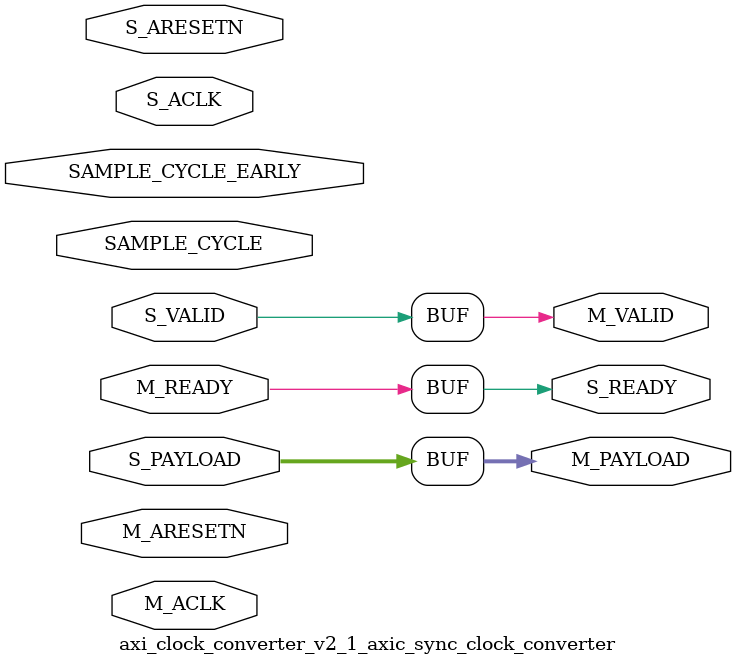
<source format=v>

`timescale 1ps/1ps
`default_nettype none

(* DowngradeIPIdentifiedWarnings="yes" *) 
module axi_clock_converter_v2_1_axic_sync_clock_converter # (
///////////////////////////////////////////////////////////////////////////////
// Parameter Definitions
///////////////////////////////////////////////////////////////////////////////
  parameter C_FAMILY     = "virtex6",
  parameter integer C_PAYLOAD_WIDTH = 32,
  parameter integer C_S_ACLK_RATIO = 1,
  parameter integer C_M_ACLK_RATIO = 1 ,
  parameter integer C_MODE = 0  // 0 = light-weight (1-deep); 1 = fully-pipelined (2-deep)
  )
 (
///////////////////////////////////////////////////////////////////////////////
// Port Declarations
///////////////////////////////////////////////////////////////////////////////
  input wire                    SAMPLE_CYCLE_EARLY,
  input wire                    SAMPLE_CYCLE,
  // Slave side
  input  wire                        S_ACLK,
  input  wire                        S_ARESETN,
  input  wire [C_PAYLOAD_WIDTH-1:0] S_PAYLOAD,
  input  wire                        S_VALID,
  output wire                        S_READY,

  // Master side
  input  wire                        M_ACLK,
  input  wire                        M_ARESETN,
  output wire [C_PAYLOAD_WIDTH-1:0] M_PAYLOAD,
  output wire                        M_VALID,
  input  wire                        M_READY
);

////////////////////////////////////////////////////////////////////////////////
// Functions
////////////////////////////////////////////////////////////////////////////////

////////////////////////////////////////////////////////////////////////////////
// Local parameters
////////////////////////////////////////////////////////////////////////////////
localparam [1:0] ZERO = 2'b10;
localparam [1:0] ONE  = 2'b11;
localparam [1:0] TWO  = 2'b01;
localparam [1:0] INIT = 2'b00;
localparam integer P_LIGHT_WT = 0;
localparam integer P_FULLY_REG = 1;

////////////////////////////////////////////////////////////////////////////////
// Wires/Reg declarations
////////////////////////////////////////////////////////////////////////////////

////////////////////////////////////////////////////////////////////////////////
// BEGIN RTL
////////////////////////////////////////////////////////////////////////////////

generate
  if (C_S_ACLK_RATIO == C_M_ACLK_RATIO) begin : gen_passthru
    assign M_PAYLOAD = S_PAYLOAD;
    assign M_VALID   = S_VALID;
    assign S_READY   = M_READY;      
  end else begin : gen_sync_clock_converter
    wire s_sample_cycle;
    wire s_sample_cycle_early;
    wire m_sample_cycle;
    wire m_sample_cycle_early;

    wire slow_aclk;
    wire slow_areset;
    wire s_areset_r;
    wire m_areset_r;
   
    reg  s_tready_r; 
    wire s_tready_ns; 
    reg  m_tvalid_r; 
    wire m_tvalid_ns; 
    reg  [C_PAYLOAD_WIDTH-1:0] m_tpayload_r;
    reg  [C_PAYLOAD_WIDTH-1:0] m_tstorage_r;
    wire [C_PAYLOAD_WIDTH-1:0] m_tpayload_ns; 
    wire [C_PAYLOAD_WIDTH-1:0] m_tstorage_ns; 
    reg  m_tready_hold;
    wire m_tready_sample;
    wire load_tpayload;
    wire load_tstorage;
    wire load_tpayload_from_tstorage;
    reg [1:0] state;
    reg [1:0] next_state;
    
    reg s_aresetn_r = 1'b0; // Reset delay register
    always @(posedge S_ACLK) begin
      if (~S_ARESETN | ~M_ARESETN) begin
        s_aresetn_r <= 1'b0;
      end else begin
        s_aresetn_r <= S_ARESETN & M_ARESETN;
      end
    end
    assign s_areset_r = ~s_aresetn_r;

    reg m_aresetn_r = 1'b0; // Reset delay register
    always @(posedge M_ACLK) begin
      if (~S_ARESETN | ~M_ARESETN) begin
        m_aresetn_r <= 1'b0;
      end else begin
        m_aresetn_r <= S_ARESETN & M_ARESETN;
      end
    end
    assign m_areset_r = ~m_aresetn_r;

    assign slow_aclk   = (C_S_ACLK_RATIO > C_M_ACLK_RATIO) ? M_ACLK   : S_ACLK;
    assign slow_areset = (C_S_ACLK_RATIO > C_M_ACLK_RATIO) ? m_areset_r : s_areset_r;
    assign s_sample_cycle_early = (C_S_ACLK_RATIO > C_M_ACLK_RATIO) ? SAMPLE_CYCLE_EARLY : 1'b1;
    assign s_sample_cycle       = (C_S_ACLK_RATIO > C_M_ACLK_RATIO) ? SAMPLE_CYCLE : 1'b1;
    assign m_sample_cycle_early = (C_S_ACLK_RATIO > C_M_ACLK_RATIO) ? 1'b1 : SAMPLE_CYCLE_EARLY;
    assign m_sample_cycle       = (C_S_ACLK_RATIO > C_M_ACLK_RATIO) ? 1'b1 : SAMPLE_CYCLE;

    // Output flop for S_READY, value is encoded into state machine.
    assign s_tready_ns = (C_S_ACLK_RATIO > C_M_ACLK_RATIO) ? state[1] & (state != INIT) : next_state[1];

    always @(posedge S_ACLK) begin 
      if (s_areset_r) begin
        s_tready_r <= 1'b0;
      end
      else begin
        s_tready_r <= s_sample_cycle_early ? s_tready_ns : 1'b0;
      end
    end

    assign S_READY = s_tready_r;

    // Output flop for M_VALID
    assign m_tvalid_ns = next_state[0];

    always @(posedge M_ACLK) begin 
      if (m_areset_r) begin
        m_tvalid_r <= 1'b0;
      end
      else begin
        m_tvalid_r <= m_sample_cycle ? m_tvalid_ns : m_tvalid_r & ~M_READY;
      end
    end

    assign M_VALID = m_tvalid_r;

    // Hold register for M_READY when M_ACLK is fast.
    always @(posedge M_ACLK) begin 
      if (m_areset_r) begin
        m_tready_hold <= 1'b0;
      end
      else begin
        m_tready_hold <= m_sample_cycle ? 1'b0 : m_tready_sample;
      end
    end

    assign m_tready_sample = (M_READY ) | m_tready_hold;
    // Output/storage flops for PAYLOAD
    assign m_tpayload_ns = ~load_tpayload ? m_tpayload_r :
                           load_tpayload_from_tstorage ? m_tstorage_r : 
                           S_PAYLOAD;

    assign m_tstorage_ns = C_MODE ? (load_tstorage ? S_PAYLOAD : m_tstorage_r) : 0;

    always @(posedge slow_aclk) begin 
      m_tpayload_r <= m_tpayload_ns;
      m_tstorage_r <= C_MODE ? m_tstorage_ns : 0;
    end

    assign M_PAYLOAD = m_tpayload_r;

    // load logic
    assign load_tstorage = C_MODE && (state != TWO);
    assign load_tpayload = m_tready_sample || (state == ZERO);
    assign load_tpayload_from_tstorage = C_MODE && (state == TWO) && m_tready_sample;
    
    // State machine
    always @(posedge slow_aclk) begin 
      state <= next_state;
    end

    always @* begin 
      if (slow_areset) begin 
        next_state = INIT;
      end else begin
        case (state)
          INIT: begin
            next_state = ZERO;
          end
          // No transaction stored locally
          ZERO: begin
            if (S_VALID) begin
              next_state = C_MODE ? ONE : TWO; // Push from empty
            end
            else begin
              next_state = ZERO;
            end
          end

          // One transaction stored locally
          ONE: begin
            if (C_MODE == 0) begin
              next_state = TWO;  // State ONE is inaccessible when C_MODE=0
            end 
            else if (m_tready_sample & ~S_VALID) begin 
              next_state = ZERO; // Read out one so move to ZERO
            end
            else if (~m_tready_sample & S_VALID) begin
              next_state = TWO;  // Got another one so move to TWO
            end
            else begin
              next_state = ONE;
            end
          end

          // Storage registers full
          TWO: begin 
            if (m_tready_sample) begin
              next_state = C_MODE ? ONE : ZERO; // Pop from full
            end
            else begin
              next_state = TWO;
            end
          end
        endcase // case (state)
      end
    end
  end // gen_sync_clock_converter
  endgenerate
endmodule

`default_nettype wire


</source>
